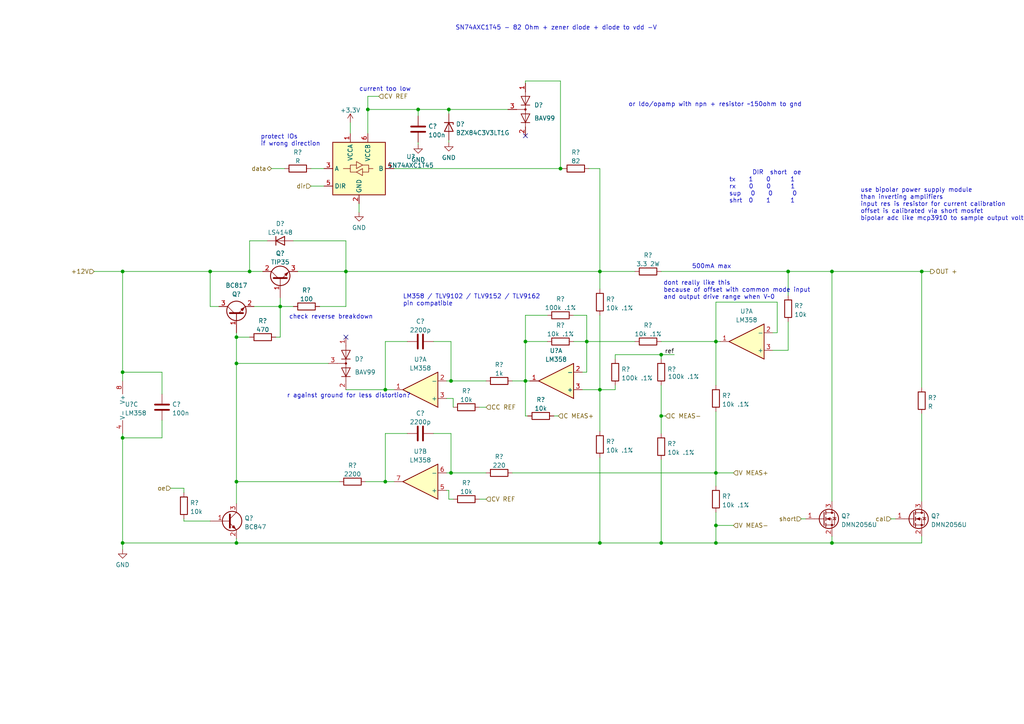
<source format=kicad_sch>
(kicad_sch (version 20211123) (generator eeschema)
  (paper "A4")
  (title_block (title "probeInterfaceG2 / driver") (company "MK"))
  (lib_symbols
    (symbol "Amplifier_Operational:LM358" (pin_names (offset 0.127))
      (property "Reference" "U" (at 0 5.08 0))
      (property "Value" "LM358" (at 0 -5.08 0))
      (symbol "LM358_1_1"
        (polyline (pts (xy -5.08 5.08) (xy 5.08 0) (xy -5.08 -5.08) (xy -5.08 5.08)) (stroke (width 0.254)) (fill (type background)))
        (pin output line (at 7.62 0 180) (length 2.54) (name "~") (number "1"))
        (pin input line (at -7.62 -2.54 0) (length 2.54) (name "-") (number "2"))
        (pin input line (at -7.62 2.54 0) (length 2.54) (name "+") (number "3"))
      )
      (symbol "LM358_2_1"
        (polyline (pts (xy -5.08 5.08) (xy 5.08 0) (xy -5.08 -5.08) (xy -5.08 5.08)) (stroke (width 0.254)) (fill (type background)))
        (pin input line (at -7.62 2.54 0) (length 2.54) (name "+") (number "5"))
        (pin input line (at -7.62 -2.54 0) (length 2.54) (name "-") (number "6"))
        (pin output line (at 7.62 0 180) (length 2.54) (name "~") (number "7"))
      )
      (symbol "LM358_3_1"
        (pin power_in line (at -2.54 -7.62 90) (length 3.81) (name "V-") (number "4"))
        (pin power_in line (at -2.54 7.62 270) (length 3.81) (name "V+") (number "8"))
      )
    )
    (symbol "Device:C" (pin_numbers hide) (pin_names (offset 0.254))
      (property "Reference" "C" (at 0.635 2.54 0))
      (property "Value" "C" (at 0.635 -2.54 0))
      (symbol "C_0_1"
        (polyline (pts (xy -2.032 -0.762) (xy 2.032 -0.762)) (stroke (width 0.508)))
        (polyline (pts (xy -2.032 0.762) (xy 2.032 0.762)) (stroke (width 0.508)))
      )
      (symbol "C_1_1"
        (pin passive line (at 0 3.81 270) (length 2.794) (name "~") (number "1"))
        (pin passive line (at 0 -3.81 90) (length 2.794) (name "~") (number "2"))
      )
    )
    (symbol "Device:D" (pin_numbers hide) (pin_names (offset 1.016) hide)
      (property "Reference" "D" (at 0 2.54 0))
      (property "Value" "D" (at 0 -2.54 0))
      (symbol "D_0_1"
        (polyline (pts (xy -1.27 1.27) (xy -1.27 -1.27)) (stroke (width 0.254)))
        (polyline (pts (xy 1.27 0) (xy -1.27 0)))
        (polyline (pts (xy 1.27 1.27) (xy 1.27 -1.27) (xy -1.27 0) (xy 1.27 1.27)) (stroke (width 0.254)))
      )
      (symbol "D_1_1"
        (pin passive line (at -3.81 0 0) (length 2.54) (name "K") (number "1"))
        (pin passive line (at 3.81 0 180) (length 2.54) (name "A") (number "2"))
      )
    )
    (symbol "Device:Q_NPN_BCE" (pin_names (offset 0) hide)
      (property "Reference" "Q" (at 5.08 1.27 0))
      (property "Value" "Q_NPN_BCE" (at 5.08 -1.27 0))
      (symbol "Q_NPN_BCE_0_1"
        (polyline (pts (xy 0.635 0.635) (xy 2.54 2.54)))
        (polyline (pts (xy 0.635 -0.635) (xy 2.54 -2.54) (xy 2.54 -2.54)))
        (polyline (pts (xy 0.635 1.905) (xy 0.635 -1.905) (xy 0.635 -1.905)) (stroke (width 0.508)))
        (polyline (pts (xy 1.27 -1.778) (xy 1.778 -1.27) (xy 2.286 -2.286) (xy 1.27 -1.778) (xy 1.27 -1.778)) (fill (type outline)))
        (circle (center 1.27 0) (radius 2.8194) (stroke (width 0.254)))
      )
      (symbol "Q_NPN_BCE_1_1"
        (pin input line (at -5.08 0 0) (length 5.715) (name "B") (number "1"))
        (pin passive line (at 2.54 5.08 270) (length 2.54) (name "C") (number "2"))
        (pin passive line (at 2.54 -5.08 90) (length 2.54) (name "E") (number "3"))
      )
    )
    (symbol "Device:R" (pin_numbers hide) (pin_names (offset 0))
      (property "Reference" "R" (at 2.032 0 90))
      (property "Value" "R" (at 0 0 90))
      (symbol "R_0_1"
        (rectangle (start -1.016 -2.54) (end 1.016 2.54) (stroke (width 0.254)))
      )
      (symbol "R_1_1"
        (pin passive line (at 0 3.81 270) (length 1.27) (name "~") (number "1"))
        (pin passive line (at 0 -3.81 90) (length 1.27) (name "~") (number "2"))
      )
    )
    (symbol "Diode:BAV99" (pin_names hide)
      (property "Reference" "D" (at 0 5.08 0))
      (property "Value" "BAV99" (at 0 2.54 0))
      (symbol "BAV99_0_1"
        (polyline (pts (xy -5.08 0) (xy 5.08 0)))
      )
      (symbol "BAV99_1_1"
        (polyline (pts (xy 0 0) (xy 0 -2.54)))
        (polyline (pts (xy -1.27 -1.27) (xy -1.27 1.27) (xy -1.27 1.27)) (stroke (width 0.2032)))
        (polyline (pts (xy 3.81 1.27) (xy 3.81 -1.27) (xy 3.81 -1.27)) (stroke (width 0.2032)))
        (polyline (pts (xy -3.81 1.27) (xy -1.27 0) (xy -3.81 -1.27) (xy -3.81 1.27) (xy -3.81 1.27) (xy -3.81 1.27)) (stroke (width 0.2032)))
        (polyline (pts (xy 1.27 1.27) (xy 3.81 0) (xy 1.27 -1.27) (xy 1.27 1.27) (xy 1.27 1.27) (xy 1.27 1.27)) (stroke (width 0.2032)))
        (circle (center 0 0) (radius 0.254) (fill (type outline)))
        (pin passive line (at -7.62 0 0) (length 2.54) (name "K") (number "1"))
        (pin passive line (at 7.62 0 180) (length 2.54) (name "A") (number "2"))
        (pin passive line (at 0 -5.08 90) (length 2.54) (name "K") (number "3"))
      )
    )
    (symbol "Diode:BZX84Cxx" (pin_numbers hide) (pin_names hide)
      (property "Reference" "D" (at 0 3.81 0))
      (property "Value" "BZX84Cxx" (at 0 -3.81 0))
      (symbol "BZX84Cxx_0_1"
        (polyline (pts (xy 1.27 0) (xy -1.27 0)))
        (polyline (pts (xy -1.27 -1.27) (xy -1.27 1.27) (xy -0.762 1.27)) (stroke (width 0.254)))
        (polyline (pts (xy 1.27 -1.27) (xy 1.27 1.27) (xy -1.27 0) (xy 1.27 -1.27)) (stroke (width 0.254)))
      )
      (symbol "BZX84Cxx_1_1"
        (pin passive line (at 3.81 0 180) (length 2.54) (name "A") (number "1"))
        (pin no_connect line (at 1.27 0 180) (length 2.54) hide (name "NC") (number "2"))
        (pin passive line (at -3.81 0 0) (length 2.54) (name "K") (number "3"))
      )
    )
    (symbol "Transistor_BJT:BC817" (pin_names (offset 0) hide)
      (property "Reference" "Q" (at 5.08 1.905 0))
      (property "Value" "BC817" (at 5.08 0 0))
      (symbol "BC817_0_1"
        (polyline (pts (xy 0.635 0.635) (xy 2.54 2.54)))
        (polyline (pts (xy 0.635 -0.635) (xy 2.54 -2.54) (xy 2.54 -2.54)))
        (polyline (pts (xy 0.635 1.905) (xy 0.635 -1.905) (xy 0.635 -1.905)) (stroke (width 0.508)))
        (polyline (pts (xy 1.27 -1.778) (xy 1.778 -1.27) (xy 2.286 -2.286) (xy 1.27 -1.778) (xy 1.27 -1.778)) (fill (type outline)))
        (circle (center 1.27 0) (radius 2.8194) (stroke (width 0.254)))
      )
      (symbol "BC817_1_1"
        (pin input line (at -5.08 0 0) (length 5.715) (name "B") (number "1"))
        (pin passive line (at 2.54 -5.08 90) (length 2.54) (name "E") (number "2"))
        (pin passive line (at 2.54 5.08 270) (length 2.54) (name "C") (number "3"))
      )
    )
    (symbol "Transistor_BJT:BC847" (pin_names (offset 0) hide)
      (property "Reference" "Q" (at 5.08 1.905 0))
      (property "Value" "BC847" (at 5.08 0 0))
      (symbol "BC847_0_1"
        (polyline (pts (xy 0.635 0.635) (xy 2.54 2.54)))
        (polyline (pts (xy 0.635 -0.635) (xy 2.54 -2.54) (xy 2.54 -2.54)))
        (polyline (pts (xy 0.635 1.905) (xy 0.635 -1.905) (xy 0.635 -1.905)) (stroke (width 0.508)))
        (polyline (pts (xy 1.27 -1.778) (xy 1.778 -1.27) (xy 2.286 -2.286) (xy 1.27 -1.778) (xy 1.27 -1.778)) (fill (type outline)))
        (circle (center 1.27 0) (radius 2.8194) (stroke (width 0.254)))
      )
      (symbol "BC847_1_1"
        (pin input line (at -5.08 0 0) (length 5.715) (name "B") (number "1"))
        (pin passive line (at 2.54 -5.08 90) (length 2.54) (name "E") (number "2"))
        (pin passive line (at 2.54 5.08 270) (length 2.54) (name "C") (number "3"))
      )
    )
    (symbol "Transistor_FET:DMN2056U" (pin_names hide)
      (property "Reference" "Q" (at 5.08 1.905 0))
      (property "Value" "DMN2056U" (at 5.08 0 0))
      (symbol "DMN2056U_0_1"
        (polyline (pts (xy 0.254 0) (xy -2.54 0)))
        (polyline (pts (xy 0.254 1.905) (xy 0.254 -1.905)) (stroke (width 0.254)))
        (polyline (pts (xy 0.762 -1.27) (xy 0.762 -2.286)) (stroke (width 0.254)))
        (polyline (pts (xy 0.762 0.508) (xy 0.762 -0.508)) (stroke (width 0.254)))
        (polyline (pts (xy 0.762 2.286) (xy 0.762 1.27)) (stroke (width 0.254)))
        (polyline (pts (xy 2.54 2.54) (xy 2.54 1.778)))
        (polyline (pts (xy 2.54 -2.54) (xy 2.54 0) (xy 0.762 0)))
        (polyline (pts (xy 0.762 -1.778) (xy 3.302 -1.778) (xy 3.302 1.778) (xy 0.762 1.778)))
        (polyline (pts (xy 1.016 0) (xy 2.032 0.381) (xy 2.032 -0.381) (xy 1.016 0)) (fill (type outline)))
        (polyline (pts (xy 2.794 0.508) (xy 2.921 0.381) (xy 3.683 0.381) (xy 3.81 0.254)))
        (polyline (pts (xy 3.302 0.381) (xy 2.921 -0.254) (xy 3.683 -0.254) (xy 3.302 0.381)))
        (circle (center 1.651 0) (radius 2.794) (stroke (width 0.254)))
        (circle (center 2.54 -1.778) (radius 0.254) (fill (type outline)))
        (circle (center 2.54 1.778) (radius 0.254) (fill (type outline)))
      )
      (symbol "DMN2056U_1_1"
        (pin input line (at -5.08 0 0) (length 2.54) (name "G") (number "1"))
        (pin passive line (at 2.54 -5.08 90) (length 2.54) (name "S") (number "2"))
        (pin passive line (at 2.54 5.08 270) (length 2.54) (name "D") (number "3"))
      )
    )
    (symbol "power:+3.3V" (power) (pin_names (offset 0))
      (property "Value" "+3.3V" (at 0 3.556 0))
      (symbol "+3.3V_0_1"
        (polyline (pts (xy -0.762 1.27) (xy 0 2.54)))
        (polyline (pts (xy 0 0) (xy 0 2.54)))
        (polyline (pts (xy 0 2.54) (xy 0.762 1.27)))
      )
      (symbol "+3.3V_1_1"
        (pin power_in line (at 0 0 90) (length 0) hide (name "+3.3V") (number "1"))
      )
    )
    (symbol "power:GND" (power) (pin_names (offset 0))
      (property "Value" "GND" (at 0 -3.81 0))
      (symbol "GND_0_1"
        (polyline (pts (xy 0 0) (xy 0 -1.27) (xy 1.27 -1.27) (xy 0 -2.54) (xy -1.27 -1.27) (xy 0 -1.27)))
      )
      (symbol "GND_1_1"
        (pin power_in line (at 0 0 270) (length 0) hide (name "GND") (number "1"))
      )
    )
    (symbol "zz_Logic_LevelTranslator:SN74AXC1T45"
      (property "Reference" "U" (at -6.35 8.89 0))
      (property "Value" "SN74AXC1T45" (at 3.81 8.89 0))
      (symbol "SN74AXC1T45_0_1"
        (rectangle (start -7.62 7.62) (end 7.62 -7.62) (stroke (width 0.254)) (fill (type background)))
        (polyline (pts (xy -2.54 0) (xy -2.54 1.016) (xy -0.762 1.016)))
        (polyline (pts (xy 2.794 0) (xy 2.794 -1.016) (xy 1.016 -1.016)))
        (polyline (pts (xy -0.762 -1.016) (xy -2.54 -1.016) (xy -2.54 0) (xy -4.572 0)))
        (polyline (pts (xy -0.762 0) (xy -0.762 2.032) (xy 1.016 1.016) (xy -0.762 0)))
        (polyline (pts (xy 1.016 1.016) (xy 2.794 1.016) (xy 2.794 0) (xy 4.064 0)))
        (polyline (pts (xy 1.016 0) (xy 1.016 -1.778) (xy 1.016 -2.032) (xy -0.762 -1.016) (xy 1.016 0)))
      )
      (symbol "SN74AXC1T45_1_1"
        (pin power_in line (at -2.54 10.16 270) (length 2.54) (name "VCCA") (number "1"))
        (pin power_in line (at 0 -10.16 90) (length 2.54) (name "GND") (number "2"))
        (pin bidirectional line (at -10.16 0 0) (length 2.54) (name "A") (number "3"))
        (pin bidirectional line (at 10.16 0 180) (length 2.54) (name "B") (number "4"))
        (pin input line (at -10.16 -5.08 0) (length 2.54) (name "DIR") (number "5"))
        (pin power_in line (at 2.54 10.16 270) (length 2.54) (name "VCCB") (number "6"))
      )
    )
  )
  (junction (at 100.33 78.74))
  (junction (at 152.4 110.49))
  (junction (at 68.58 157.48))
  (junction (at 121.285 31.75))
  (junction (at 241.3 78.74))
  (junction (at 68.58 105.41))
  (junction (at 191.77 157.48))
  (junction (at 60.96 78.74))
  (junction (at 207.645 152.4))
  (junction (at 111.76 139.7))
  (junction (at 241.3 157.48))
  (junction (at 207.645 137.16))
  (junction (at 35.56 127))
  (junction (at 267.335 78.74))
  (junction (at 228.6 78.74))
  (junction (at 191.77 120.65))
  (junction (at 111.76 113.03))
  (junction (at 173.99 157.48))
  (junction (at 130.81 137.16))
  (junction (at 191.77 102.87))
  (junction (at 152.4 99.06))
  (junction (at 170.18 99.06))
  (junction (at 68.58 97.79))
  (junction (at 68.58 139.7))
  (junction (at 173.99 78.74))
  (junction (at 72.39 78.74))
  (junction (at 173.99 113.03))
  (junction (at 35.56 78.74))
  (junction (at 207.645 99.06))
  (junction (at 35.56 157.48))
  (junction (at 207.645 157.48))
  (junction (at 130.81 110.49))
  (junction (at 106.68 31.75))
  (junction (at 35.56 107.95))
  (junction (at 162.56 48.895))
  (junction (at 130.175 31.75))
  (junction (at 81.28 88.9))
  (no_connect (at 152.4 39.37))
  (no_connect (at 100.33 97.79))
  (wire (pts (xy 130.175 31.75) (xy 130.175 33.02)))
  (wire (pts (xy 129.54 137.16) (xy 130.81 137.16)))
  (wire (pts (xy 170.18 91.44) (xy 170.18 99.06)))
  (wire (pts (xy 78.74 48.895) (xy 82.55 48.895)))
  (wire (pts (xy 46.99 127) (xy 35.56 127)))
  (wire (pts (xy 152.4 23.495) (xy 162.56 23.495)))
  (wire (pts (xy 191.77 111.76) (xy 191.77 120.65)))
  (wire (pts (xy 152.4 91.44) (xy 152.4 99.06)))
  (wire (pts (xy 191.77 133.35) (xy 191.77 157.48)))
  (wire (pts (xy 241.3 155.575) (xy 241.3 157.48)))
  (wire (pts (xy 158.75 91.44) (xy 152.4 91.44)))
  (wire (pts (xy 114.3 48.895) (xy 162.56 48.895)))
  (wire (pts (xy 68.58 96.52) (xy 68.58 97.79)))
  (wire (pts (xy 35.56 157.48) (xy 68.58 157.48)))
  (wire (pts (xy 81.28 86.36) (xy 81.28 88.9)))
  (wire (pts (xy 166.37 91.44) (xy 170.18 91.44)))
  (wire (pts (xy 35.56 157.48) (xy 35.56 127)))
  (wire (pts (xy 68.58 105.41) (xy 95.25 105.41)))
  (wire (pts (xy 170.18 99.06) (xy 170.18 107.95)))
  (wire (pts (xy 233.68 150.495) (xy 232.41 150.495)))
  (wire (pts (xy 178.435 113.03) (xy 173.99 113.03)))
  (wire (pts (xy 152.4 110.49) (xy 152.4 120.65)))
  (wire (pts (xy 162.56 48.895) (xy 163.195 48.895)))
  (wire (pts (xy 241.3 157.48) (xy 267.335 157.48)))
  (wire (pts (xy 207.645 111.76) (xy 207.645 99.06)))
  (wire (pts (xy 111.76 99.06) (xy 111.76 113.03)))
  (wire (pts (xy 170.18 107.95) (xy 168.91 107.95)))
  (wire (pts (xy 173.99 113.03) (xy 173.99 125.095)))
  (wire (pts (xy 109.855 27.94) (xy 106.68 27.94)))
  (wire (pts (xy 191.77 102.87) (xy 191.77 104.14)))
  (wire (pts (xy 207.645 99.06) (xy 208.915 99.06)))
  (wire (pts (xy 130.81 125.73) (xy 130.81 137.16)))
  (wire (pts (xy 131.445 118.11) (xy 131.445 115.57)))
  (wire (pts (xy 53.34 150.495) (xy 53.34 151.13)))
  (wire (pts (xy 68.58 97.79) (xy 68.58 105.41)))
  (wire (pts (xy 178.435 111.76) (xy 178.435 113.03)))
  (wire (pts (xy 207.645 152.4) (xy 207.645 157.48)))
  (wire (pts (xy 101.6 35.56) (xy 101.6 38.735)))
  (wire (pts (xy 125.73 99.06) (xy 130.81 99.06)))
  (wire (pts (xy 241.3 78.74) (xy 267.335 78.74)))
  (wire (pts (xy 81.28 88.9) (xy 85.09 88.9)))
  (wire (pts (xy 130.175 142.24) (xy 129.54 142.24)))
  (wire (pts (xy 228.6 78.74) (xy 228.6 85.725)))
  (wire (pts (xy 35.56 78.74) (xy 60.96 78.74)))
  (wire (pts (xy 53.34 142.875) (xy 53.34 141.605)))
  (wire (pts (xy 118.11 125.73) (xy 111.76 125.73)))
  (wire (pts (xy 60.96 88.9) (xy 60.96 78.74)))
  (wire (pts (xy 147.32 31.75) (xy 130.175 31.75)))
  (wire (pts (xy 35.56 127) (xy 35.56 125.73)))
  (wire (pts (xy 178.435 102.87) (xy 191.77 102.87)))
  (wire (pts (xy 130.175 144.78) (xy 131.445 144.78)))
  (wire (pts (xy 207.645 137.16) (xy 212.725 137.16)))
  (wire (pts (xy 152.4 110.49) (xy 153.67 110.49)))
  (wire (pts (xy 106.68 27.94) (xy 106.68 31.75)))
  (wire (pts (xy 27.305 78.74) (xy 35.56 78.74)))
  (wire (pts (xy 148.59 137.16) (xy 207.645 137.16)))
  (wire (pts (xy 162.56 23.495) (xy 162.56 48.895)))
  (wire (pts (xy 191.77 120.65) (xy 191.77 125.73)))
  (wire (pts (xy 191.77 99.06) (xy 207.645 99.06)))
  (wire (pts (xy 130.81 137.16) (xy 140.97 137.16)))
  (wire (pts (xy 191.77 157.48) (xy 207.645 157.48)))
  (wire (pts (xy 153.035 120.65) (xy 152.4 120.65)))
  (wire (pts (xy 60.96 78.74) (xy 72.39 78.74)))
  (wire (pts (xy 130.175 40.64) (xy 130.175 41.275)))
  (wire (pts (xy 106.68 31.75) (xy 121.285 31.75)))
  (wire (pts (xy 130.81 99.06) (xy 130.81 110.49)))
  (wire (pts (xy 173.99 83.82) (xy 173.99 78.74)))
  (wire (pts (xy 207.645 148.59) (xy 207.645 152.4)))
  (wire (pts (xy 77.47 69.85) (xy 72.39 69.85)))
  (wire (pts (xy 100.33 69.85) (xy 85.09 69.85)))
  (wire (pts (xy 35.56 157.48) (xy 35.56 159.385)))
  (wire (pts (xy 90.17 48.895) (xy 93.98 48.895)))
  (wire (pts (xy 53.34 151.13) (xy 60.96 151.13)))
  (wire (pts (xy 121.285 41.275) (xy 121.285 41.91)))
  (wire (pts (xy 118.11 99.06) (xy 111.76 99.06)))
  (wire (pts (xy 207.645 87.63) (xy 207.645 99.06)))
  (wire (pts (xy 68.58 156.21) (xy 68.58 157.48)))
  (wire (pts (xy 267.335 78.74) (xy 267.335 112.395)))
  (wire (pts (xy 100.33 78.74) (xy 173.99 78.74)))
  (wire (pts (xy 267.335 155.575) (xy 267.335 157.48)))
  (wire (pts (xy 224.155 96.52) (xy 225.425 96.52)))
  (wire (pts (xy 100.33 78.74) (xy 100.33 69.85)))
  (wire (pts (xy 104.14 59.055) (xy 104.14 61.595)))
  (wire (pts (xy 81.28 88.9) (xy 81.28 97.79)))
  (wire (pts (xy 225.425 87.63) (xy 207.645 87.63)))
  (wire (pts (xy 111.76 113.03) (xy 114.3 113.03)))
  (wire (pts (xy 173.99 91.44) (xy 173.99 113.03)))
  (wire (pts (xy 53.34 141.605) (xy 49.53 141.605)))
  (wire (pts (xy 158.75 99.06) (xy 152.4 99.06)))
  (wire (pts (xy 111.76 125.73) (xy 111.76 139.7)))
  (wire (pts (xy 68.58 157.48) (xy 173.99 157.48)))
  (wire (pts (xy 131.445 115.57) (xy 129.54 115.57)))
  (wire (pts (xy 152.4 99.06) (xy 152.4 110.49)))
  (wire (pts (xy 72.39 69.85) (xy 72.39 78.74)))
  (wire (pts (xy 92.71 88.9) (xy 100.33 88.9)))
  (wire (pts (xy 73.66 88.9) (xy 81.28 88.9)))
  (wire (pts (xy 267.335 78.74) (xy 269.875 78.74)))
  (wire (pts (xy 152.4 23.495) (xy 152.4 24.13)))
  (wire (pts (xy 68.58 97.79) (xy 72.39 97.79)))
  (wire (pts (xy 170.815 48.895) (xy 173.99 48.895)))
  (wire (pts (xy 173.99 157.48) (xy 191.77 157.48)))
  (wire (pts (xy 121.285 33.655) (xy 121.285 31.75)))
  (wire (pts (xy 68.58 139.7) (xy 98.425 139.7)))
  (wire (pts (xy 191.77 78.74) (xy 228.6 78.74)))
  (wire (pts (xy 35.56 78.74) (xy 35.56 107.95)))
  (wire (pts (xy 207.645 119.38) (xy 207.645 137.16)))
  (wire (pts (xy 100.33 113.03) (xy 111.76 113.03)))
  (wire (pts (xy 46.99 121.92) (xy 46.99 127)))
  (wire (pts (xy 241.3 78.74) (xy 241.3 145.415)))
  (wire (pts (xy 178.435 104.14) (xy 178.435 102.87)))
  (wire (pts (xy 86.36 78.74) (xy 100.33 78.74)))
  (wire (pts (xy 148.59 110.49) (xy 152.4 110.49)))
  (wire (pts (xy 139.065 118.11) (xy 140.97 118.11)))
  (wire (pts (xy 81.28 97.79) (xy 80.01 97.79)))
  (wire (pts (xy 100.33 78.74) (xy 100.33 88.9)))
  (wire (pts (xy 46.99 114.3) (xy 46.99 107.95)))
  (wire (pts (xy 184.15 99.06) (xy 170.18 99.06)))
  (wire (pts (xy 139.065 144.78) (xy 140.97 144.78)))
  (wire (pts (xy 166.37 99.06) (xy 170.18 99.06)))
  (wire (pts (xy 228.6 93.345) (xy 228.6 101.6)))
  (wire (pts (xy 125.73 125.73) (xy 130.81 125.73)))
  (wire (pts (xy 130.81 110.49) (xy 140.97 110.49)))
  (wire (pts (xy 224.155 101.6) (xy 228.6 101.6)))
  (wire (pts (xy 267.335 120.015) (xy 267.335 145.415)))
  (wire (pts (xy 129.54 110.49) (xy 130.81 110.49)))
  (wire (pts (xy 130.175 144.78) (xy 130.175 142.24)))
  (wire (pts (xy 68.58 146.05) (xy 68.58 139.7)))
  (wire (pts (xy 63.5 88.9) (xy 60.96 88.9)))
  (wire (pts (xy 72.39 78.74) (xy 76.2 78.74)))
  (wire (pts (xy 161.925 120.65) (xy 160.655 120.65)))
  (wire (pts (xy 173.99 78.74) (xy 184.15 78.74)))
  (wire (pts (xy 111.76 139.7) (xy 114.3 139.7)))
  (wire (pts (xy 228.6 78.74) (xy 241.3 78.74)))
  (wire (pts (xy 259.715 150.495) (xy 258.445 150.495)))
  (wire (pts (xy 68.58 105.41) (xy 68.58 139.7)))
  (wire (pts (xy 207.645 137.16) (xy 207.645 140.97)))
  (wire (pts (xy 35.56 107.95) (xy 35.56 110.49)))
  (wire (pts (xy 90.17 53.975) (xy 93.98 53.975)))
  (wire (pts (xy 106.68 31.75) (xy 106.68 38.735)))
  (wire (pts (xy 121.285 31.75) (xy 130.175 31.75)))
  (wire (pts (xy 225.425 96.52) (xy 225.425 87.63)))
  (wire (pts (xy 173.99 48.895) (xy 173.99 78.74)))
  (wire (pts (xy 168.91 113.03) (xy 173.99 113.03)))
  (wire (pts (xy 106.045 139.7) (xy 111.76 139.7)))
  (wire (pts (xy 173.99 132.715) (xy 173.99 157.48)))
  (wire (pts (xy 191.77 120.65) (xy 193.04 120.65)))
  (wire (pts (xy 46.99 107.95) (xy 35.56 107.95)))
  (wire (pts (xy 207.645 152.4) (xy 212.725 152.4)))
  (wire (pts (xy 191.77 102.87) (xy 195.58 102.87)))
  (wire (pts (xy 207.645 157.48) (xy 241.3 157.48)))
  (text "check reverse breakdown" (at 83.82 92.71 0) (effects (font (size 1.27 1.27)) (justify left bottom)))
  (text "use bipolar power supply module\nthan inverting amplifiers\ninput res is resistor for current calibration\noffset is calibrated via short mosfet\nbipolar adc like mcp3910 to sample output voltage" (at 249.555 64.135 0) (effects (font (size 1.27 1.27)) (justify left bottom)))
  (text "current too low" (at 104.14 26.67 0) (effects (font (size 1.27 1.27)) (justify left bottom)))
  (text "protect IOs\nif wrong direction" (at 75.565 42.545 0) (effects (font (size 1.27 1.27)) (justify left bottom)))
  (text "500mA max" (at 200.66 78.105 0) (effects (font (size 1.27 1.27)) (justify left bottom)))
  (text "r against ground for less distortion?" (at 83.185 115.57 0) (effects (font (size 1.27 1.27)) (justify left bottom)))
  (text "SN74AXC1T45 - 82 Ohm + zener diode + diode to vdd -V" (at 132.08 8.89 0) (effects (font (size 1.27 1.27)) (justify left bottom)))
  (text "or ldo/opamp with npn + resistor ~150ohm to gnd" (at 182.245 31.115 0) (effects (font (size 1.27 1.27)) (justify left bottom)))
  (text "dont really like this\nbecause of offset with common mode input\nand output drive range when V~0" (at 192.405 86.995 0) (effects (font (size 1.27 1.27)) (justify left bottom)))
  (text "	  DIR  short  oe\ntx    1    0      1\nrx    0    0      1\nsup   0    0      0\nshrt  0    1      1" (at 211.455 59.055 0) (effects (font (size 1.27 1.27)) (justify left bottom)))
  (text "LM358 / TLV9102 / TLV9152 / TLV9162\npin compatible" (at 116.84 88.9 0) (effects (font (size 1.27 1.27)) (justify left bottom)))
  (label "ref" (at 195.58 102.87 180))
  (hierarchical_label "cal" (shape input) (at 258.445 150.495 180))
  (hierarchical_label "oe" (shape input) (at 49.53 141.605 180))
  (hierarchical_label "CV REF" (shape input) (at 109.855 27.94 0))
  (hierarchical_label "C MEAS-" (shape input) (at 193.04 120.65 0))
  (hierarchical_label "+12V" (shape input) (at 27.305 78.74 180))
  (hierarchical_label "C MEAS+" (shape input) (at 161.925 120.65 0))
  (hierarchical_label "V MEAS-" (shape input) (at 212.725 152.4 0))
  (hierarchical_label "CV REF" (shape input) (at 140.97 144.78 0))
  (hierarchical_label "V MEAS+" (shape input) (at 212.725 137.16 0))
  (hierarchical_label "dir" (shape input) (at 90.17 53.975 180))
  (hierarchical_label "OUT +" (shape output) (at 269.875 78.74 0))
  (hierarchical_label "short" (shape input) (at 232.41 150.495 180))
  (hierarchical_label "CC REF" (shape input) (at 140.97 118.11 0))
  (hierarchical_label "data" (shape bidirectional) (at 78.74 48.895 180))
  (symbol (lib_id "Device:R") (at 173.99 128.905 0) (unit 1)
    (property "Reference" "R?" (at 175.768 128.0703 0) (effects (justify left)))
    (property "Value" "10k .1%" (at 175.768 130.6072 0) (effects (justify left)))
  )
  (symbol (lib_id "Transistor_BJT:BC847") (at 66.04 151.13 0) (unit 1)
    (property "Reference" "Q?" (at 70.8914 150.2953 0) (effects (justify left)))
    (property "Value" "BC847" (at 70.8914 152.8322 0) (effects (justify left)))
    (property "Footprint" "Package_TO_SOT_SMD:SOT-23" (effects hide))
    (property "Datasheet" "http://www.infineon.com/dgdl/Infineon-BC847SERIES_BC848SERIES_BC849SERIES_BC850SERIES-DS-v01_01-en.pdf?fileId=db3a304314dca389011541d4630a1657" (effects hide))
  )
  (symbol (lib_id "Device:C") (at 121.92 99.06 90) (unit 1)
    (property "Reference" "C?" (at 121.92 93.2012 90))
    (property "Value" "2200p" (at 121.92 95.7381 90))
  )
  (symbol (lib_id "Device:R") (at 144.78 110.49 90) (unit 1)
    (property "Reference" "R?" (at 144.78 105.7742 90))
    (property "Value" "1k" (at 144.78 108.3111 90))
  )
  (symbol (lib_id "Device:D") (at 81.28 69.85 0) (unit 1)
    (property "Reference" "D?" (at 81.28 64.8802 0))
    (property "Value" "LS4148" (at 81.28 67.4171 0))
  )
  (symbol (lib_id "Device:R") (at 53.34 146.685 0) (unit 1)
    (property "Reference" "R?" (at 55.118 145.8503 0) (effects (justify left)))
    (property "Value" "10k" (at 55.118 148.3872 0) (effects (justify left)))
  )
  (symbol (lib_id "Transistor_BJT:BC817") (at 68.58 91.44 90) (unit 1)
    (property "Reference" "Q?" (at 68.58 85.3202 90))
    (property "Value" "BC817" (at 68.58 82.7833 90))
    (property "Footprint" "Package_TO_SOT_SMD:SOT-23" (effects hide))
    (property "Datasheet" "https://www.onsemi.com/pub/Collateral/BC818-D.pdf" (effects hide))
  )
  (symbol (lib_id "zz_Logic_LevelTranslator:SN74AXC1T45") (at 104.14 48.895 0) (unit 1)
    (property "Reference" "U?" (at 119.163 45.4366 0))
    (property "Value" "SN74AXC1T45" (at 119.163 47.9735 0))
    (property "Datasheet" "https://www.ti.com/lit/ds/symlink/sn74axc1t45.pdf" (effects hide))
  )
  (symbol (lib_id "Device:R") (at 162.56 99.06 90) (unit 1)
    (property "Reference" "R?" (at 162.56 94.3442 90))
    (property "Value" "10k .1%" (at 162.56 96.8811 90))
  )
  (symbol (lib_id "Diode:BAV99") (at 152.4 31.75 270) (unit 1)
    (property "Reference" "D?" (at 154.94 30.4831 90) (effects (justify left)))
    (property "Value" "BAV99" (at 154.94 34.29 90) (effects (justify left)))
    (property "Footprint" "Package_TO_SOT_SMD:SOT-23" (effects hide))
    (property "Datasheet" "https://assets.nexperia.com/documents/data-sheet/BAV99_SER.pdf" (effects hide))
  )
  (symbol (lib_id "power:GND") (at 130.175 41.275 0) (unit 1)
    (property "Reference" "#PWR?" (effects hide))
    (property "Value" "GND" (at 130.175 45.7184 0))
  )
  (symbol (lib_id "Transistor_FET:DMN2056U") (at 238.76 150.495 0) (unit 1)
    (property "Reference" "Q?" (at 243.967 149.6603 0) (effects (justify left)))
    (property "Value" "DMN2056U" (at 243.967 152.1972 0) (effects (justify left)))
    (property "Footprint" "Package_TO_SOT_SMD:SOT-23" (effects hide))
    (property "Datasheet" "http://www.diodes.com/assets/Datasheets/DMN2056U.pdf" (effects hide))
  )
  (symbol (lib_id "Device:R") (at 86.36 48.895 90) (unit 1)
    (property "Reference" "R?" (at 86.36 44.1792 90))
    (property "Value" "R" (at 86.36 46.7161 90))
  )
  (symbol (lib_id "Device:R") (at 102.235 139.7 90) (unit 1)
    (property "Reference" "R?" (at 102.235 134.9842 90))
    (property "Value" "2200" (at 102.235 137.5211 90))
  )
  (symbol (lib_id "Amplifier_Operational:LM358") (at 121.92 139.7 180) (unit 2)
    (property "Reference" "U?" (at 121.92 130.9202 0))
    (property "Value" "LM358" (at 121.92 133.4571 0))
    (property "Datasheet" "http://www.ti.com/lit/ds/symlink/lm2904-n.pdf" (effects hide))
  )
  (symbol (lib_id "Device:R") (at 267.335 116.205 0) (unit 1)
    (property "Reference" "R?" (at 269.113 115.3703 0) (effects (justify left)))
    (property "Value" "R" (at 269.113 117.9072 0) (effects (justify left)))
  )
  (symbol (lib_id "Device:R") (at 144.78 137.16 90) (unit 1)
    (property "Reference" "R?" (at 144.78 132.4442 90))
    (property "Value" "220" (at 144.78 134.9811 90))
  )
  (symbol (lib_id "Device:R") (at 88.9 88.9 90) (unit 1)
    (property "Reference" "R?" (at 88.9 84.1842 90))
    (property "Value" "100" (at 88.9 86.7211 90))
  )
  (symbol (lib_id "Device:C") (at 121.285 37.465 0) (unit 1)
    (property "Reference" "C?" (at 124.206 36.6303 0) (effects (justify left)))
    (property "Value" "100n" (at 124.206 39.1672 0) (effects (justify left)))
  )
  (symbol (lib_id "Amplifier_Operational:LM358") (at 161.29 110.49 180) (unit 1)
    (property "Reference" "U?" (at 161.29 101.7102 0))
    (property "Value" "LM358" (at 161.29 104.2471 0))
    (property "Datasheet" "http://www.ti.com/lit/ds/symlink/lm2904-n.pdf" (effects hide))
  )
  (symbol (lib_id "power:GND") (at 104.14 61.595 0) (unit 1)
    (property "Reference" "#PWR?" (effects hide))
    (property "Value" "GND" (at 104.14 66.0384 0))
  )
  (symbol (lib_id "Device:R") (at 135.255 144.78 90) (unit 1)
    (property "Reference" "R?" (at 135.255 140.0642 90))
    (property "Value" "10k" (at 135.255 142.6011 90))
  )
  (symbol (lib_id "Amplifier_Operational:LM358") (at 121.92 113.03 180) (unit 1)
    (property "Reference" "U?" (at 121.92 104.2502 0))
    (property "Value" "LM358" (at 121.92 106.7871 0))
    (property "Datasheet" "http://www.ti.com/lit/ds/symlink/lm2904-n.pdf" (effects hide))
  )
  (symbol (lib_id "Transistor_FET:DMN2056U") (at 264.795 150.495 0) (unit 1)
    (property "Reference" "Q?" (at 270.002 149.6603 0) (effects (justify left)))
    (property "Value" "DMN2056U" (at 270.002 152.1972 0) (effects (justify left)))
    (property "Footprint" "Package_TO_SOT_SMD:SOT-23" (effects hide))
    (property "Datasheet" "http://www.diodes.com/assets/Datasheets/DMN2056U.pdf" (effects hide))
  )
  (symbol (lib_id "Device:R") (at 187.96 99.06 90) (unit 1)
    (property "Reference" "R?" (at 187.96 94.3442 90))
    (property "Value" "10k .1%" (at 187.96 96.8811 90))
  )
  (symbol (lib_id "Device:R") (at 173.99 87.63 0) (unit 1)
    (property "Reference" "R?" (at 175.768 86.7953 0) (effects (justify left)))
    (property "Value" "10k .1%" (at 175.768 89.3322 0) (effects (justify left)))
  )
  (symbol (lib_id "Device:R") (at 76.2 97.79 90) (unit 1)
    (property "Reference" "R?" (at 76.2 93.0742 90))
    (property "Value" "470" (at 76.2 95.6111 90))
  )
  (symbol (lib_id "power:GND") (at 121.285 41.91 0) (unit 1)
    (property "Reference" "#PWR?" (effects hide))
    (property "Value" "GND" (at 121.285 46.3534 0))
  )
  (symbol (lib_id "Device:R") (at 187.96 78.74 90) (unit 1)
    (property "Reference" "R?" (at 187.96 74.0242 90))
    (property "Value" "3.3 2W" (at 187.96 76.5611 90))
  )
  (symbol (lib_id "Device:C") (at 46.99 118.11 0) (unit 1)
    (property "Reference" "C?" (at 49.911 117.2753 0) (effects (justify left)))
    (property "Value" "100n" (at 49.911 119.8122 0) (effects (justify left)))
  )
  (symbol (lib_id "Diode:BAV99") (at 100.33 105.41 270) (unit 1)
    (property "Reference" "D?" (at 102.87 104.1431 90) (effects (justify left)))
    (property "Value" "BAV99" (at 102.87 107.95 90) (effects (justify left)))
    (property "Footprint" "Package_TO_SOT_SMD:SOT-23" (effects hide))
    (property "Datasheet" "https://assets.nexperia.com/documents/data-sheet/BAV99_SER.pdf" (effects hide))
  )
  (symbol (lib_id "Amplifier_Operational:LM358") (at 216.535 99.06 180) (unit 1)
    (property "Reference" "U?" (at 216.535 90.2802 0))
    (property "Value" "LM358" (at 216.535 92.8171 0))
    (property "Datasheet" "http://www.ti.com/lit/ds/symlink/lm2904-n.pdf" (effects hide))
  )
  (symbol (lib_id "Device:R") (at 162.56 91.44 90) (unit 1)
    (property "Reference" "R?" (at 162.56 86.7242 90))
    (property "Value" "100k .1%" (at 162.56 89.2611 90))
  )
  (symbol (lib_id "Device:R") (at 191.77 107.95 0) (unit 1)
    (property "Reference" "R?" (at 193.548 107.1153 0) (effects (justify left)))
    (property "Value" "100k .1%" (at 193.675 109.22 0) (effects (justify left)))
  )
  (symbol (lib_id "Device:R") (at 178.435 107.95 0) (unit 1)
    (property "Reference" "R?" (at 180.213 107.1153 0) (effects (justify left)))
    (property "Value" "100k .1%" (at 180.213 109.6522 0) (effects (justify left)))
  )
  (symbol (lib_id "Device:R") (at 156.845 120.65 90) (unit 1)
    (property "Reference" "R?" (at 156.845 115.9342 90))
    (property "Value" "10k" (at 156.845 118.4711 90))
  )
  (symbol (lib_id "power:+3.3V") (at 101.6 35.56 0) (unit 1)
    (property "Reference" "#PWR?" (effects hide))
    (property "Value" "+3.3V" (at 101.6 31.9842 0))
  )
  (symbol (lib_id "Amplifier_Operational:LM358") (at 33.02 118.11 0) (mirror y) (unit 3)
    (property "Reference" "U?" (at 36.195 117.2753 0) (effects (justify right)))
    (property "Value" "LM358" (at 36.195 119.8122 0) (effects (justify right)))
    (property "Datasheet" "http://www.ti.com/lit/ds/symlink/lm2904-n.pdf" (effects hide))
  )
  (symbol (lib_id "Device:R") (at 207.645 144.78 0) (unit 1)
    (property "Reference" "R?" (at 209.423 143.9453 0) (effects (justify left)))
    (property "Value" "10k .1%" (at 209.423 146.4822 0) (effects (justify left)))
  )
  (symbol (lib_id "Device:R") (at 191.77 129.54 0) (unit 1)
    (property "Reference" "R?" (at 193.548 128.7053 0) (effects (justify left)))
    (property "Value" "10k .1%" (at 193.548 131.2422 0) (effects (justify left)))
  )
  (symbol (lib_id "Device:Q_NPN_BCE") (at 81.28 81.28 90) (unit 1)
    (property "Reference" "Q?" (at 81.28 73.4908 90))
    (property "Value" "TIP35" (at 81.28 76.0277 90))
  )
  (symbol (lib_id "Device:R") (at 167.005 48.895 90) (unit 1)
    (property "Reference" "R?" (at 167.005 44.1792 90))
    (property "Value" "82" (at 167.005 46.7161 90))
  )
  (symbol (lib_id "Device:C") (at 121.92 125.73 90) (unit 1)
    (property "Reference" "C?" (at 121.92 119.8712 90))
    (property "Value" "2200p" (at 121.92 122.4081 90))
  )
  (symbol (lib_id "Diode:BZX84Cxx") (at 130.175 36.83 270) (unit 1)
    (property "Reference" "D?" (at 132.207 35.9953 90) (effects (justify left)))
    (property "Value" "BZX84C3V3LT1G" (at 132.207 38.5322 90) (effects (justify left)))
    (property "Footprint" "Package_TO_SOT_SMD:SOT-23" (effects hide))
    (property "Datasheet" "https://diotec.com/tl_files/diotec/files/pdf/datasheets/bzx84c2v4.pdf" (effects hide))
  )
  (symbol (lib_id "Device:R") (at 228.6 89.535 0) (unit 1)
    (property "Reference" "R?" (at 230.378 88.7003 0) (effects (justify left)))
    (property "Value" "10k" (at 230.378 91.2372 0) (effects (justify left)))
  )
  (symbol (lib_id "Device:R") (at 135.255 118.11 90) (unit 1)
    (property "Reference" "R?" (at 135.255 113.3942 90))
    (property "Value" "10k" (at 135.255 115.9311 90))
  )
  (symbol (lib_id "Device:R") (at 207.645 115.57 0) (unit 1)
    (property "Reference" "R?" (at 209.423 114.7353 0) (effects (justify left)))
    (property "Value" "10k .1%" (at 209.423 117.2722 0) (effects (justify left)))
  )
  (symbol (lib_id "power:GND") (at 35.56 159.385 0) (unit 1)
    (property "Reference" "#PWR?" (effects hide))
    (property "Value" "GND" (at 35.56 163.8284 0))
  )
)
</source>
